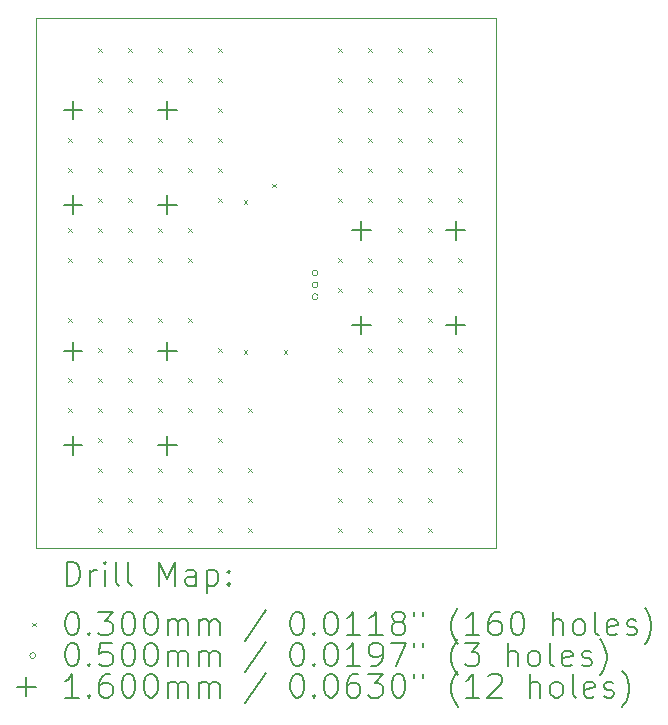
<source format=gbr>
%TF.GenerationSoftware,KiCad,Pcbnew,8.0.1*%
%TF.CreationDate,2024-04-15T20:02:08-07:00*%
%TF.ProjectId,Ideal OR Diode,49646561-6c20-44f5-9220-44696f64652e,1.0*%
%TF.SameCoordinates,Original*%
%TF.FileFunction,Drillmap*%
%TF.FilePolarity,Positive*%
%FSLAX45Y45*%
G04 Gerber Fmt 4.5, Leading zero omitted, Abs format (unit mm)*
G04 Created by KiCad (PCBNEW 8.0.1) date 2024-04-15 20:02:08*
%MOMM*%
%LPD*%
G01*
G04 APERTURE LIST*
%ADD10C,0.100000*%
%ADD11C,0.200000*%
%ADD12C,0.160000*%
G04 APERTURE END LIST*
D10*
X11400000Y-6080000D02*
X15290000Y-6080000D01*
X15290000Y-10570000D01*
X11400000Y-10570000D01*
X11400000Y-6080000D01*
D11*
D10*
X11669000Y-7097000D02*
X11699000Y-7127000D01*
X11699000Y-7097000D02*
X11669000Y-7127000D01*
X11669000Y-7351000D02*
X11699000Y-7381000D01*
X11699000Y-7351000D02*
X11669000Y-7381000D01*
X11669000Y-7859000D02*
X11699000Y-7889000D01*
X11699000Y-7859000D02*
X11669000Y-7889000D01*
X11669000Y-8113000D02*
X11699000Y-8143000D01*
X11699000Y-8113000D02*
X11669000Y-8143000D01*
X11669000Y-8621000D02*
X11699000Y-8651000D01*
X11699000Y-8621000D02*
X11669000Y-8651000D01*
X11669000Y-9129000D02*
X11699000Y-9159000D01*
X11699000Y-9129000D02*
X11669000Y-9159000D01*
X11669000Y-9383000D02*
X11699000Y-9413000D01*
X11699000Y-9383000D02*
X11669000Y-9413000D01*
X11923000Y-6335000D02*
X11953000Y-6365000D01*
X11953000Y-6335000D02*
X11923000Y-6365000D01*
X11923000Y-6589000D02*
X11953000Y-6619000D01*
X11953000Y-6589000D02*
X11923000Y-6619000D01*
X11923000Y-6843000D02*
X11953000Y-6873000D01*
X11953000Y-6843000D02*
X11923000Y-6873000D01*
X11923000Y-7097000D02*
X11953000Y-7127000D01*
X11953000Y-7097000D02*
X11923000Y-7127000D01*
X11923000Y-7351000D02*
X11953000Y-7381000D01*
X11953000Y-7351000D02*
X11923000Y-7381000D01*
X11923000Y-7605000D02*
X11953000Y-7635000D01*
X11953000Y-7605000D02*
X11923000Y-7635000D01*
X11923000Y-7859000D02*
X11953000Y-7889000D01*
X11953000Y-7859000D02*
X11923000Y-7889000D01*
X11923000Y-8113000D02*
X11953000Y-8143000D01*
X11953000Y-8113000D02*
X11923000Y-8143000D01*
X11923000Y-8621000D02*
X11953000Y-8651000D01*
X11953000Y-8621000D02*
X11923000Y-8651000D01*
X11923000Y-8875000D02*
X11953000Y-8905000D01*
X11953000Y-8875000D02*
X11923000Y-8905000D01*
X11923000Y-9129000D02*
X11953000Y-9159000D01*
X11953000Y-9129000D02*
X11923000Y-9159000D01*
X11923000Y-9383000D02*
X11953000Y-9413000D01*
X11953000Y-9383000D02*
X11923000Y-9413000D01*
X11923000Y-9637000D02*
X11953000Y-9667000D01*
X11953000Y-9637000D02*
X11923000Y-9667000D01*
X11923000Y-9891000D02*
X11953000Y-9921000D01*
X11953000Y-9891000D02*
X11923000Y-9921000D01*
X11923000Y-10145000D02*
X11953000Y-10175000D01*
X11953000Y-10145000D02*
X11923000Y-10175000D01*
X11923000Y-10399000D02*
X11953000Y-10429000D01*
X11953000Y-10399000D02*
X11923000Y-10429000D01*
X12177000Y-6335000D02*
X12207000Y-6365000D01*
X12207000Y-6335000D02*
X12177000Y-6365000D01*
X12177000Y-6589000D02*
X12207000Y-6619000D01*
X12207000Y-6589000D02*
X12177000Y-6619000D01*
X12177000Y-6843000D02*
X12207000Y-6873000D01*
X12207000Y-6843000D02*
X12177000Y-6873000D01*
X12177000Y-7097000D02*
X12207000Y-7127000D01*
X12207000Y-7097000D02*
X12177000Y-7127000D01*
X12177000Y-7351000D02*
X12207000Y-7381000D01*
X12207000Y-7351000D02*
X12177000Y-7381000D01*
X12177000Y-7605000D02*
X12207000Y-7635000D01*
X12207000Y-7605000D02*
X12177000Y-7635000D01*
X12177000Y-7859000D02*
X12207000Y-7889000D01*
X12207000Y-7859000D02*
X12177000Y-7889000D01*
X12177000Y-8113000D02*
X12207000Y-8143000D01*
X12207000Y-8113000D02*
X12177000Y-8143000D01*
X12177000Y-8621000D02*
X12207000Y-8651000D01*
X12207000Y-8621000D02*
X12177000Y-8651000D01*
X12177000Y-8875000D02*
X12207000Y-8905000D01*
X12207000Y-8875000D02*
X12177000Y-8905000D01*
X12177000Y-9129000D02*
X12207000Y-9159000D01*
X12207000Y-9129000D02*
X12177000Y-9159000D01*
X12177000Y-9383000D02*
X12207000Y-9413000D01*
X12207000Y-9383000D02*
X12177000Y-9413000D01*
X12177000Y-9637000D02*
X12207000Y-9667000D01*
X12207000Y-9637000D02*
X12177000Y-9667000D01*
X12177000Y-9891000D02*
X12207000Y-9921000D01*
X12207000Y-9891000D02*
X12177000Y-9921000D01*
X12177000Y-10145000D02*
X12207000Y-10175000D01*
X12207000Y-10145000D02*
X12177000Y-10175000D01*
X12177000Y-10399000D02*
X12207000Y-10429000D01*
X12207000Y-10399000D02*
X12177000Y-10429000D01*
X12431000Y-6335000D02*
X12461000Y-6365000D01*
X12461000Y-6335000D02*
X12431000Y-6365000D01*
X12431000Y-6589000D02*
X12461000Y-6619000D01*
X12461000Y-6589000D02*
X12431000Y-6619000D01*
X12431000Y-7097000D02*
X12461000Y-7127000D01*
X12461000Y-7097000D02*
X12431000Y-7127000D01*
X12431000Y-7351000D02*
X12461000Y-7381000D01*
X12461000Y-7351000D02*
X12431000Y-7381000D01*
X12431000Y-7859000D02*
X12461000Y-7889000D01*
X12461000Y-7859000D02*
X12431000Y-7889000D01*
X12431000Y-8113000D02*
X12461000Y-8143000D01*
X12461000Y-8113000D02*
X12431000Y-8143000D01*
X12431000Y-8621000D02*
X12461000Y-8651000D01*
X12461000Y-8621000D02*
X12431000Y-8651000D01*
X12431000Y-9129000D02*
X12461000Y-9159000D01*
X12461000Y-9129000D02*
X12431000Y-9159000D01*
X12431000Y-9383000D02*
X12461000Y-9413000D01*
X12461000Y-9383000D02*
X12431000Y-9413000D01*
X12431000Y-9891000D02*
X12461000Y-9921000D01*
X12461000Y-9891000D02*
X12431000Y-9921000D01*
X12431000Y-10145000D02*
X12461000Y-10175000D01*
X12461000Y-10145000D02*
X12431000Y-10175000D01*
X12431000Y-10399000D02*
X12461000Y-10429000D01*
X12461000Y-10399000D02*
X12431000Y-10429000D01*
X12685000Y-6335000D02*
X12715000Y-6365000D01*
X12715000Y-6335000D02*
X12685000Y-6365000D01*
X12685000Y-6589000D02*
X12715000Y-6619000D01*
X12715000Y-6589000D02*
X12685000Y-6619000D01*
X12685000Y-7097000D02*
X12715000Y-7127000D01*
X12715000Y-7097000D02*
X12685000Y-7127000D01*
X12685000Y-7351000D02*
X12715000Y-7381000D01*
X12715000Y-7351000D02*
X12685000Y-7381000D01*
X12685000Y-7859000D02*
X12715000Y-7889000D01*
X12715000Y-7859000D02*
X12685000Y-7889000D01*
X12685000Y-8113000D02*
X12715000Y-8143000D01*
X12715000Y-8113000D02*
X12685000Y-8143000D01*
X12685000Y-8621000D02*
X12715000Y-8651000D01*
X12715000Y-8621000D02*
X12685000Y-8651000D01*
X12685000Y-9129000D02*
X12715000Y-9159000D01*
X12715000Y-9129000D02*
X12685000Y-9159000D01*
X12685000Y-9383000D02*
X12715000Y-9413000D01*
X12715000Y-9383000D02*
X12685000Y-9413000D01*
X12685000Y-9891000D02*
X12715000Y-9921000D01*
X12715000Y-9891000D02*
X12685000Y-9921000D01*
X12685000Y-10145000D02*
X12715000Y-10175000D01*
X12715000Y-10145000D02*
X12685000Y-10175000D01*
X12685000Y-10399000D02*
X12715000Y-10429000D01*
X12715000Y-10399000D02*
X12685000Y-10429000D01*
X12939000Y-6335000D02*
X12969000Y-6365000D01*
X12969000Y-6335000D02*
X12939000Y-6365000D01*
X12939000Y-6589000D02*
X12969000Y-6619000D01*
X12969000Y-6589000D02*
X12939000Y-6619000D01*
X12939000Y-6843000D02*
X12969000Y-6873000D01*
X12969000Y-6843000D02*
X12939000Y-6873000D01*
X12939000Y-7097000D02*
X12969000Y-7127000D01*
X12969000Y-7097000D02*
X12939000Y-7127000D01*
X12939000Y-7351000D02*
X12969000Y-7381000D01*
X12969000Y-7351000D02*
X12939000Y-7381000D01*
X12939000Y-7605000D02*
X12969000Y-7635000D01*
X12969000Y-7605000D02*
X12939000Y-7635000D01*
X12939000Y-8875000D02*
X12969000Y-8905000D01*
X12969000Y-8875000D02*
X12939000Y-8905000D01*
X12939000Y-9129000D02*
X12969000Y-9159000D01*
X12969000Y-9129000D02*
X12939000Y-9159000D01*
X12939000Y-9383000D02*
X12969000Y-9413000D01*
X12969000Y-9383000D02*
X12939000Y-9413000D01*
X12939000Y-9637000D02*
X12969000Y-9667000D01*
X12969000Y-9637000D02*
X12939000Y-9667000D01*
X12939000Y-9891000D02*
X12969000Y-9921000D01*
X12969000Y-9891000D02*
X12939000Y-9921000D01*
X12939000Y-10145000D02*
X12969000Y-10175000D01*
X12969000Y-10145000D02*
X12939000Y-10175000D01*
X12939000Y-10399000D02*
X12969000Y-10429000D01*
X12969000Y-10399000D02*
X12939000Y-10429000D01*
X13155000Y-7625000D02*
X13185000Y-7655000D01*
X13185000Y-7625000D02*
X13155000Y-7655000D01*
X13155000Y-8895000D02*
X13185000Y-8925000D01*
X13185000Y-8895000D02*
X13155000Y-8925000D01*
X13193000Y-9383000D02*
X13223000Y-9413000D01*
X13223000Y-9383000D02*
X13193000Y-9413000D01*
X13193000Y-9891000D02*
X13223000Y-9921000D01*
X13223000Y-9891000D02*
X13193000Y-9921000D01*
X13193000Y-10145000D02*
X13223000Y-10175000D01*
X13223000Y-10145000D02*
X13193000Y-10175000D01*
X13193000Y-10399000D02*
X13223000Y-10429000D01*
X13223000Y-10399000D02*
X13193000Y-10429000D01*
X13395000Y-7485000D02*
X13425000Y-7515000D01*
X13425000Y-7485000D02*
X13395000Y-7515000D01*
X13495000Y-8895000D02*
X13525000Y-8925000D01*
X13525000Y-8895000D02*
X13495000Y-8925000D01*
X13955000Y-6335000D02*
X13985000Y-6365000D01*
X13985000Y-6335000D02*
X13955000Y-6365000D01*
X13955000Y-6589000D02*
X13985000Y-6619000D01*
X13985000Y-6589000D02*
X13955000Y-6619000D01*
X13955000Y-6843000D02*
X13985000Y-6873000D01*
X13985000Y-6843000D02*
X13955000Y-6873000D01*
X13955000Y-7097000D02*
X13985000Y-7127000D01*
X13985000Y-7097000D02*
X13955000Y-7127000D01*
X13955000Y-7351000D02*
X13985000Y-7381000D01*
X13985000Y-7351000D02*
X13955000Y-7381000D01*
X13955000Y-7605000D02*
X13985000Y-7635000D01*
X13985000Y-7605000D02*
X13955000Y-7635000D01*
X13955000Y-8113000D02*
X13985000Y-8143000D01*
X13985000Y-8113000D02*
X13955000Y-8143000D01*
X13955000Y-8367000D02*
X13985000Y-8397000D01*
X13985000Y-8367000D02*
X13955000Y-8397000D01*
X13955000Y-8875000D02*
X13985000Y-8905000D01*
X13985000Y-8875000D02*
X13955000Y-8905000D01*
X13955000Y-9129000D02*
X13985000Y-9159000D01*
X13985000Y-9129000D02*
X13955000Y-9159000D01*
X13955000Y-9383000D02*
X13985000Y-9413000D01*
X13985000Y-9383000D02*
X13955000Y-9413000D01*
X13955000Y-9637000D02*
X13985000Y-9667000D01*
X13985000Y-9637000D02*
X13955000Y-9667000D01*
X13955000Y-9891000D02*
X13985000Y-9921000D01*
X13985000Y-9891000D02*
X13955000Y-9921000D01*
X13955000Y-10145000D02*
X13985000Y-10175000D01*
X13985000Y-10145000D02*
X13955000Y-10175000D01*
X13955000Y-10399000D02*
X13985000Y-10429000D01*
X13985000Y-10399000D02*
X13955000Y-10429000D01*
X14209000Y-6335000D02*
X14239000Y-6365000D01*
X14239000Y-6335000D02*
X14209000Y-6365000D01*
X14209000Y-6589000D02*
X14239000Y-6619000D01*
X14239000Y-6589000D02*
X14209000Y-6619000D01*
X14209000Y-6843000D02*
X14239000Y-6873000D01*
X14239000Y-6843000D02*
X14209000Y-6873000D01*
X14209000Y-7097000D02*
X14239000Y-7127000D01*
X14239000Y-7097000D02*
X14209000Y-7127000D01*
X14209000Y-7351000D02*
X14239000Y-7381000D01*
X14239000Y-7351000D02*
X14209000Y-7381000D01*
X14209000Y-7605000D02*
X14239000Y-7635000D01*
X14239000Y-7605000D02*
X14209000Y-7635000D01*
X14209000Y-8113000D02*
X14239000Y-8143000D01*
X14239000Y-8113000D02*
X14209000Y-8143000D01*
X14209000Y-8367000D02*
X14239000Y-8397000D01*
X14239000Y-8367000D02*
X14209000Y-8397000D01*
X14209000Y-8875000D02*
X14239000Y-8905000D01*
X14239000Y-8875000D02*
X14209000Y-8905000D01*
X14209000Y-9129000D02*
X14239000Y-9159000D01*
X14239000Y-9129000D02*
X14209000Y-9159000D01*
X14209000Y-9383000D02*
X14239000Y-9413000D01*
X14239000Y-9383000D02*
X14209000Y-9413000D01*
X14209000Y-9637000D02*
X14239000Y-9667000D01*
X14239000Y-9637000D02*
X14209000Y-9667000D01*
X14209000Y-9891000D02*
X14239000Y-9921000D01*
X14239000Y-9891000D02*
X14209000Y-9921000D01*
X14209000Y-10145000D02*
X14239000Y-10175000D01*
X14239000Y-10145000D02*
X14209000Y-10175000D01*
X14209000Y-10399000D02*
X14239000Y-10429000D01*
X14239000Y-10399000D02*
X14209000Y-10429000D01*
X14463000Y-6335000D02*
X14493000Y-6365000D01*
X14493000Y-6335000D02*
X14463000Y-6365000D01*
X14463000Y-6589000D02*
X14493000Y-6619000D01*
X14493000Y-6589000D02*
X14463000Y-6619000D01*
X14463000Y-6843000D02*
X14493000Y-6873000D01*
X14493000Y-6843000D02*
X14463000Y-6873000D01*
X14463000Y-7097000D02*
X14493000Y-7127000D01*
X14493000Y-7097000D02*
X14463000Y-7127000D01*
X14463000Y-7351000D02*
X14493000Y-7381000D01*
X14493000Y-7351000D02*
X14463000Y-7381000D01*
X14463000Y-7605000D02*
X14493000Y-7635000D01*
X14493000Y-7605000D02*
X14463000Y-7635000D01*
X14463000Y-7859000D02*
X14493000Y-7889000D01*
X14493000Y-7859000D02*
X14463000Y-7889000D01*
X14463000Y-8113000D02*
X14493000Y-8143000D01*
X14493000Y-8113000D02*
X14463000Y-8143000D01*
X14463000Y-8367000D02*
X14493000Y-8397000D01*
X14493000Y-8367000D02*
X14463000Y-8397000D01*
X14463000Y-8621000D02*
X14493000Y-8651000D01*
X14493000Y-8621000D02*
X14463000Y-8651000D01*
X14463000Y-8875000D02*
X14493000Y-8905000D01*
X14493000Y-8875000D02*
X14463000Y-8905000D01*
X14463000Y-9129000D02*
X14493000Y-9159000D01*
X14493000Y-9129000D02*
X14463000Y-9159000D01*
X14463000Y-9383000D02*
X14493000Y-9413000D01*
X14493000Y-9383000D02*
X14463000Y-9413000D01*
X14463000Y-9637000D02*
X14493000Y-9667000D01*
X14493000Y-9637000D02*
X14463000Y-9667000D01*
X14463000Y-9891000D02*
X14493000Y-9921000D01*
X14493000Y-9891000D02*
X14463000Y-9921000D01*
X14463000Y-10145000D02*
X14493000Y-10175000D01*
X14493000Y-10145000D02*
X14463000Y-10175000D01*
X14463000Y-10399000D02*
X14493000Y-10429000D01*
X14493000Y-10399000D02*
X14463000Y-10429000D01*
X14717000Y-6335000D02*
X14747000Y-6365000D01*
X14747000Y-6335000D02*
X14717000Y-6365000D01*
X14717000Y-6589000D02*
X14747000Y-6619000D01*
X14747000Y-6589000D02*
X14717000Y-6619000D01*
X14717000Y-6843000D02*
X14747000Y-6873000D01*
X14747000Y-6843000D02*
X14717000Y-6873000D01*
X14717000Y-7097000D02*
X14747000Y-7127000D01*
X14747000Y-7097000D02*
X14717000Y-7127000D01*
X14717000Y-7351000D02*
X14747000Y-7381000D01*
X14747000Y-7351000D02*
X14717000Y-7381000D01*
X14717000Y-7605000D02*
X14747000Y-7635000D01*
X14747000Y-7605000D02*
X14717000Y-7635000D01*
X14717000Y-7859000D02*
X14747000Y-7889000D01*
X14747000Y-7859000D02*
X14717000Y-7889000D01*
X14717000Y-8113000D02*
X14747000Y-8143000D01*
X14747000Y-8113000D02*
X14717000Y-8143000D01*
X14717000Y-8367000D02*
X14747000Y-8397000D01*
X14747000Y-8367000D02*
X14717000Y-8397000D01*
X14717000Y-8621000D02*
X14747000Y-8651000D01*
X14747000Y-8621000D02*
X14717000Y-8651000D01*
X14717000Y-8875000D02*
X14747000Y-8905000D01*
X14747000Y-8875000D02*
X14717000Y-8905000D01*
X14717000Y-9129000D02*
X14747000Y-9159000D01*
X14747000Y-9129000D02*
X14717000Y-9159000D01*
X14717000Y-9383000D02*
X14747000Y-9413000D01*
X14747000Y-9383000D02*
X14717000Y-9413000D01*
X14717000Y-9637000D02*
X14747000Y-9667000D01*
X14747000Y-9637000D02*
X14717000Y-9667000D01*
X14717000Y-9891000D02*
X14747000Y-9921000D01*
X14747000Y-9891000D02*
X14717000Y-9921000D01*
X14717000Y-10145000D02*
X14747000Y-10175000D01*
X14747000Y-10145000D02*
X14717000Y-10175000D01*
X14717000Y-10399000D02*
X14747000Y-10429000D01*
X14747000Y-10399000D02*
X14717000Y-10429000D01*
X14971000Y-6589000D02*
X15001000Y-6619000D01*
X15001000Y-6589000D02*
X14971000Y-6619000D01*
X14971000Y-6843000D02*
X15001000Y-6873000D01*
X15001000Y-6843000D02*
X14971000Y-6873000D01*
X14971000Y-7097000D02*
X15001000Y-7127000D01*
X15001000Y-7097000D02*
X14971000Y-7127000D01*
X14971000Y-7351000D02*
X15001000Y-7381000D01*
X15001000Y-7351000D02*
X14971000Y-7381000D01*
X14971000Y-7605000D02*
X15001000Y-7635000D01*
X15001000Y-7605000D02*
X14971000Y-7635000D01*
X14971000Y-8113000D02*
X15001000Y-8143000D01*
X15001000Y-8113000D02*
X14971000Y-8143000D01*
X14971000Y-8367000D02*
X15001000Y-8397000D01*
X15001000Y-8367000D02*
X14971000Y-8397000D01*
X14971000Y-8875000D02*
X15001000Y-8905000D01*
X15001000Y-8875000D02*
X14971000Y-8905000D01*
X14971000Y-9129000D02*
X15001000Y-9159000D01*
X15001000Y-9129000D02*
X14971000Y-9159000D01*
X14971000Y-9383000D02*
X15001000Y-9413000D01*
X15001000Y-9383000D02*
X14971000Y-9413000D01*
X14971000Y-9637000D02*
X15001000Y-9667000D01*
X15001000Y-9637000D02*
X14971000Y-9667000D01*
X14971000Y-9891000D02*
X15001000Y-9921000D01*
X15001000Y-9891000D02*
X14971000Y-9921000D01*
X13785000Y-8240000D02*
G75*
G02*
X13735000Y-8240000I-25000J0D01*
G01*
X13735000Y-8240000D02*
G75*
G02*
X13785000Y-8240000I25000J0D01*
G01*
X13785000Y-8340000D02*
G75*
G02*
X13735000Y-8340000I-25000J0D01*
G01*
X13735000Y-8340000D02*
G75*
G02*
X13785000Y-8340000I25000J0D01*
G01*
X13785000Y-8440000D02*
G75*
G02*
X13735000Y-8440000I-25000J0D01*
G01*
X13735000Y-8440000D02*
G75*
G02*
X13785000Y-8440000I25000J0D01*
G01*
D12*
X11710000Y-6780000D02*
X11710000Y-6940000D01*
X11630000Y-6860000D02*
X11790000Y-6860000D01*
X11710000Y-7580000D02*
X11710000Y-7740000D01*
X11630000Y-7660000D02*
X11790000Y-7660000D01*
X11710000Y-8820000D02*
X11710000Y-8980000D01*
X11630000Y-8900000D02*
X11790000Y-8900000D01*
X11710000Y-9620000D02*
X11710000Y-9780000D01*
X11630000Y-9700000D02*
X11790000Y-9700000D01*
X12510000Y-6780000D02*
X12510000Y-6940000D01*
X12430000Y-6860000D02*
X12590000Y-6860000D01*
X12510000Y-7580000D02*
X12510000Y-7740000D01*
X12430000Y-7660000D02*
X12590000Y-7660000D01*
X12510000Y-8820000D02*
X12510000Y-8980000D01*
X12430000Y-8900000D02*
X12590000Y-8900000D01*
X12510000Y-9620000D02*
X12510000Y-9780000D01*
X12430000Y-9700000D02*
X12590000Y-9700000D01*
X14150000Y-7800000D02*
X14150000Y-7960000D01*
X14070000Y-7880000D02*
X14230000Y-7880000D01*
X14150000Y-8600000D02*
X14150000Y-8760000D01*
X14070000Y-8680000D02*
X14230000Y-8680000D01*
X14950000Y-7800000D02*
X14950000Y-7960000D01*
X14870000Y-7880000D02*
X15030000Y-7880000D01*
X14950000Y-8600000D02*
X14950000Y-8760000D01*
X14870000Y-8680000D02*
X15030000Y-8680000D01*
D11*
X11655777Y-10886484D02*
X11655777Y-10686484D01*
X11655777Y-10686484D02*
X11703396Y-10686484D01*
X11703396Y-10686484D02*
X11731967Y-10696008D01*
X11731967Y-10696008D02*
X11751015Y-10715055D01*
X11751015Y-10715055D02*
X11760539Y-10734103D01*
X11760539Y-10734103D02*
X11770062Y-10772198D01*
X11770062Y-10772198D02*
X11770062Y-10800770D01*
X11770062Y-10800770D02*
X11760539Y-10838865D01*
X11760539Y-10838865D02*
X11751015Y-10857912D01*
X11751015Y-10857912D02*
X11731967Y-10876960D01*
X11731967Y-10876960D02*
X11703396Y-10886484D01*
X11703396Y-10886484D02*
X11655777Y-10886484D01*
X11855777Y-10886484D02*
X11855777Y-10753150D01*
X11855777Y-10791246D02*
X11865301Y-10772198D01*
X11865301Y-10772198D02*
X11874824Y-10762674D01*
X11874824Y-10762674D02*
X11893872Y-10753150D01*
X11893872Y-10753150D02*
X11912920Y-10753150D01*
X11979586Y-10886484D02*
X11979586Y-10753150D01*
X11979586Y-10686484D02*
X11970062Y-10696008D01*
X11970062Y-10696008D02*
X11979586Y-10705531D01*
X11979586Y-10705531D02*
X11989110Y-10696008D01*
X11989110Y-10696008D02*
X11979586Y-10686484D01*
X11979586Y-10686484D02*
X11979586Y-10705531D01*
X12103396Y-10886484D02*
X12084348Y-10876960D01*
X12084348Y-10876960D02*
X12074824Y-10857912D01*
X12074824Y-10857912D02*
X12074824Y-10686484D01*
X12208158Y-10886484D02*
X12189110Y-10876960D01*
X12189110Y-10876960D02*
X12179586Y-10857912D01*
X12179586Y-10857912D02*
X12179586Y-10686484D01*
X12436729Y-10886484D02*
X12436729Y-10686484D01*
X12436729Y-10686484D02*
X12503396Y-10829341D01*
X12503396Y-10829341D02*
X12570062Y-10686484D01*
X12570062Y-10686484D02*
X12570062Y-10886484D01*
X12751015Y-10886484D02*
X12751015Y-10781722D01*
X12751015Y-10781722D02*
X12741491Y-10762674D01*
X12741491Y-10762674D02*
X12722443Y-10753150D01*
X12722443Y-10753150D02*
X12684348Y-10753150D01*
X12684348Y-10753150D02*
X12665301Y-10762674D01*
X12751015Y-10876960D02*
X12731967Y-10886484D01*
X12731967Y-10886484D02*
X12684348Y-10886484D01*
X12684348Y-10886484D02*
X12665301Y-10876960D01*
X12665301Y-10876960D02*
X12655777Y-10857912D01*
X12655777Y-10857912D02*
X12655777Y-10838865D01*
X12655777Y-10838865D02*
X12665301Y-10819817D01*
X12665301Y-10819817D02*
X12684348Y-10810293D01*
X12684348Y-10810293D02*
X12731967Y-10810293D01*
X12731967Y-10810293D02*
X12751015Y-10800770D01*
X12846253Y-10753150D02*
X12846253Y-10953150D01*
X12846253Y-10762674D02*
X12865301Y-10753150D01*
X12865301Y-10753150D02*
X12903396Y-10753150D01*
X12903396Y-10753150D02*
X12922443Y-10762674D01*
X12922443Y-10762674D02*
X12931967Y-10772198D01*
X12931967Y-10772198D02*
X12941491Y-10791246D01*
X12941491Y-10791246D02*
X12941491Y-10848389D01*
X12941491Y-10848389D02*
X12931967Y-10867436D01*
X12931967Y-10867436D02*
X12922443Y-10876960D01*
X12922443Y-10876960D02*
X12903396Y-10886484D01*
X12903396Y-10886484D02*
X12865301Y-10886484D01*
X12865301Y-10886484D02*
X12846253Y-10876960D01*
X13027205Y-10867436D02*
X13036729Y-10876960D01*
X13036729Y-10876960D02*
X13027205Y-10886484D01*
X13027205Y-10886484D02*
X13017682Y-10876960D01*
X13017682Y-10876960D02*
X13027205Y-10867436D01*
X13027205Y-10867436D02*
X13027205Y-10886484D01*
X13027205Y-10762674D02*
X13036729Y-10772198D01*
X13036729Y-10772198D02*
X13027205Y-10781722D01*
X13027205Y-10781722D02*
X13017682Y-10772198D01*
X13017682Y-10772198D02*
X13027205Y-10762674D01*
X13027205Y-10762674D02*
X13027205Y-10781722D01*
D10*
X11365000Y-11200000D02*
X11395000Y-11230000D01*
X11395000Y-11200000D02*
X11365000Y-11230000D01*
D11*
X11693872Y-11106484D02*
X11712920Y-11106484D01*
X11712920Y-11106484D02*
X11731967Y-11116008D01*
X11731967Y-11116008D02*
X11741491Y-11125531D01*
X11741491Y-11125531D02*
X11751015Y-11144579D01*
X11751015Y-11144579D02*
X11760539Y-11182674D01*
X11760539Y-11182674D02*
X11760539Y-11230293D01*
X11760539Y-11230293D02*
X11751015Y-11268388D01*
X11751015Y-11268388D02*
X11741491Y-11287436D01*
X11741491Y-11287436D02*
X11731967Y-11296960D01*
X11731967Y-11296960D02*
X11712920Y-11306484D01*
X11712920Y-11306484D02*
X11693872Y-11306484D01*
X11693872Y-11306484D02*
X11674824Y-11296960D01*
X11674824Y-11296960D02*
X11665301Y-11287436D01*
X11665301Y-11287436D02*
X11655777Y-11268388D01*
X11655777Y-11268388D02*
X11646253Y-11230293D01*
X11646253Y-11230293D02*
X11646253Y-11182674D01*
X11646253Y-11182674D02*
X11655777Y-11144579D01*
X11655777Y-11144579D02*
X11665301Y-11125531D01*
X11665301Y-11125531D02*
X11674824Y-11116008D01*
X11674824Y-11116008D02*
X11693872Y-11106484D01*
X11846253Y-11287436D02*
X11855777Y-11296960D01*
X11855777Y-11296960D02*
X11846253Y-11306484D01*
X11846253Y-11306484D02*
X11836729Y-11296960D01*
X11836729Y-11296960D02*
X11846253Y-11287436D01*
X11846253Y-11287436D02*
X11846253Y-11306484D01*
X11922443Y-11106484D02*
X12046253Y-11106484D01*
X12046253Y-11106484D02*
X11979586Y-11182674D01*
X11979586Y-11182674D02*
X12008158Y-11182674D01*
X12008158Y-11182674D02*
X12027205Y-11192198D01*
X12027205Y-11192198D02*
X12036729Y-11201722D01*
X12036729Y-11201722D02*
X12046253Y-11220769D01*
X12046253Y-11220769D02*
X12046253Y-11268388D01*
X12046253Y-11268388D02*
X12036729Y-11287436D01*
X12036729Y-11287436D02*
X12027205Y-11296960D01*
X12027205Y-11296960D02*
X12008158Y-11306484D01*
X12008158Y-11306484D02*
X11951015Y-11306484D01*
X11951015Y-11306484D02*
X11931967Y-11296960D01*
X11931967Y-11296960D02*
X11922443Y-11287436D01*
X12170062Y-11106484D02*
X12189110Y-11106484D01*
X12189110Y-11106484D02*
X12208158Y-11116008D01*
X12208158Y-11116008D02*
X12217682Y-11125531D01*
X12217682Y-11125531D02*
X12227205Y-11144579D01*
X12227205Y-11144579D02*
X12236729Y-11182674D01*
X12236729Y-11182674D02*
X12236729Y-11230293D01*
X12236729Y-11230293D02*
X12227205Y-11268388D01*
X12227205Y-11268388D02*
X12217682Y-11287436D01*
X12217682Y-11287436D02*
X12208158Y-11296960D01*
X12208158Y-11296960D02*
X12189110Y-11306484D01*
X12189110Y-11306484D02*
X12170062Y-11306484D01*
X12170062Y-11306484D02*
X12151015Y-11296960D01*
X12151015Y-11296960D02*
X12141491Y-11287436D01*
X12141491Y-11287436D02*
X12131967Y-11268388D01*
X12131967Y-11268388D02*
X12122443Y-11230293D01*
X12122443Y-11230293D02*
X12122443Y-11182674D01*
X12122443Y-11182674D02*
X12131967Y-11144579D01*
X12131967Y-11144579D02*
X12141491Y-11125531D01*
X12141491Y-11125531D02*
X12151015Y-11116008D01*
X12151015Y-11116008D02*
X12170062Y-11106484D01*
X12360539Y-11106484D02*
X12379586Y-11106484D01*
X12379586Y-11106484D02*
X12398634Y-11116008D01*
X12398634Y-11116008D02*
X12408158Y-11125531D01*
X12408158Y-11125531D02*
X12417682Y-11144579D01*
X12417682Y-11144579D02*
X12427205Y-11182674D01*
X12427205Y-11182674D02*
X12427205Y-11230293D01*
X12427205Y-11230293D02*
X12417682Y-11268388D01*
X12417682Y-11268388D02*
X12408158Y-11287436D01*
X12408158Y-11287436D02*
X12398634Y-11296960D01*
X12398634Y-11296960D02*
X12379586Y-11306484D01*
X12379586Y-11306484D02*
X12360539Y-11306484D01*
X12360539Y-11306484D02*
X12341491Y-11296960D01*
X12341491Y-11296960D02*
X12331967Y-11287436D01*
X12331967Y-11287436D02*
X12322443Y-11268388D01*
X12322443Y-11268388D02*
X12312920Y-11230293D01*
X12312920Y-11230293D02*
X12312920Y-11182674D01*
X12312920Y-11182674D02*
X12322443Y-11144579D01*
X12322443Y-11144579D02*
X12331967Y-11125531D01*
X12331967Y-11125531D02*
X12341491Y-11116008D01*
X12341491Y-11116008D02*
X12360539Y-11106484D01*
X12512920Y-11306484D02*
X12512920Y-11173150D01*
X12512920Y-11192198D02*
X12522443Y-11182674D01*
X12522443Y-11182674D02*
X12541491Y-11173150D01*
X12541491Y-11173150D02*
X12570063Y-11173150D01*
X12570063Y-11173150D02*
X12589110Y-11182674D01*
X12589110Y-11182674D02*
X12598634Y-11201722D01*
X12598634Y-11201722D02*
X12598634Y-11306484D01*
X12598634Y-11201722D02*
X12608158Y-11182674D01*
X12608158Y-11182674D02*
X12627205Y-11173150D01*
X12627205Y-11173150D02*
X12655777Y-11173150D01*
X12655777Y-11173150D02*
X12674824Y-11182674D01*
X12674824Y-11182674D02*
X12684348Y-11201722D01*
X12684348Y-11201722D02*
X12684348Y-11306484D01*
X12779586Y-11306484D02*
X12779586Y-11173150D01*
X12779586Y-11192198D02*
X12789110Y-11182674D01*
X12789110Y-11182674D02*
X12808158Y-11173150D01*
X12808158Y-11173150D02*
X12836729Y-11173150D01*
X12836729Y-11173150D02*
X12855777Y-11182674D01*
X12855777Y-11182674D02*
X12865301Y-11201722D01*
X12865301Y-11201722D02*
X12865301Y-11306484D01*
X12865301Y-11201722D02*
X12874824Y-11182674D01*
X12874824Y-11182674D02*
X12893872Y-11173150D01*
X12893872Y-11173150D02*
X12922443Y-11173150D01*
X12922443Y-11173150D02*
X12941491Y-11182674D01*
X12941491Y-11182674D02*
X12951015Y-11201722D01*
X12951015Y-11201722D02*
X12951015Y-11306484D01*
X13341491Y-11096960D02*
X13170063Y-11354103D01*
X13598634Y-11106484D02*
X13617682Y-11106484D01*
X13617682Y-11106484D02*
X13636729Y-11116008D01*
X13636729Y-11116008D02*
X13646253Y-11125531D01*
X13646253Y-11125531D02*
X13655777Y-11144579D01*
X13655777Y-11144579D02*
X13665301Y-11182674D01*
X13665301Y-11182674D02*
X13665301Y-11230293D01*
X13665301Y-11230293D02*
X13655777Y-11268388D01*
X13655777Y-11268388D02*
X13646253Y-11287436D01*
X13646253Y-11287436D02*
X13636729Y-11296960D01*
X13636729Y-11296960D02*
X13617682Y-11306484D01*
X13617682Y-11306484D02*
X13598634Y-11306484D01*
X13598634Y-11306484D02*
X13579586Y-11296960D01*
X13579586Y-11296960D02*
X13570063Y-11287436D01*
X13570063Y-11287436D02*
X13560539Y-11268388D01*
X13560539Y-11268388D02*
X13551015Y-11230293D01*
X13551015Y-11230293D02*
X13551015Y-11182674D01*
X13551015Y-11182674D02*
X13560539Y-11144579D01*
X13560539Y-11144579D02*
X13570063Y-11125531D01*
X13570063Y-11125531D02*
X13579586Y-11116008D01*
X13579586Y-11116008D02*
X13598634Y-11106484D01*
X13751015Y-11287436D02*
X13760539Y-11296960D01*
X13760539Y-11296960D02*
X13751015Y-11306484D01*
X13751015Y-11306484D02*
X13741491Y-11296960D01*
X13741491Y-11296960D02*
X13751015Y-11287436D01*
X13751015Y-11287436D02*
X13751015Y-11306484D01*
X13884348Y-11106484D02*
X13903396Y-11106484D01*
X13903396Y-11106484D02*
X13922444Y-11116008D01*
X13922444Y-11116008D02*
X13931967Y-11125531D01*
X13931967Y-11125531D02*
X13941491Y-11144579D01*
X13941491Y-11144579D02*
X13951015Y-11182674D01*
X13951015Y-11182674D02*
X13951015Y-11230293D01*
X13951015Y-11230293D02*
X13941491Y-11268388D01*
X13941491Y-11268388D02*
X13931967Y-11287436D01*
X13931967Y-11287436D02*
X13922444Y-11296960D01*
X13922444Y-11296960D02*
X13903396Y-11306484D01*
X13903396Y-11306484D02*
X13884348Y-11306484D01*
X13884348Y-11306484D02*
X13865301Y-11296960D01*
X13865301Y-11296960D02*
X13855777Y-11287436D01*
X13855777Y-11287436D02*
X13846253Y-11268388D01*
X13846253Y-11268388D02*
X13836729Y-11230293D01*
X13836729Y-11230293D02*
X13836729Y-11182674D01*
X13836729Y-11182674D02*
X13846253Y-11144579D01*
X13846253Y-11144579D02*
X13855777Y-11125531D01*
X13855777Y-11125531D02*
X13865301Y-11116008D01*
X13865301Y-11116008D02*
X13884348Y-11106484D01*
X14141491Y-11306484D02*
X14027206Y-11306484D01*
X14084348Y-11306484D02*
X14084348Y-11106484D01*
X14084348Y-11106484D02*
X14065301Y-11135055D01*
X14065301Y-11135055D02*
X14046253Y-11154103D01*
X14046253Y-11154103D02*
X14027206Y-11163627D01*
X14331967Y-11306484D02*
X14217682Y-11306484D01*
X14274825Y-11306484D02*
X14274825Y-11106484D01*
X14274825Y-11106484D02*
X14255777Y-11135055D01*
X14255777Y-11135055D02*
X14236729Y-11154103D01*
X14236729Y-11154103D02*
X14217682Y-11163627D01*
X14446253Y-11192198D02*
X14427206Y-11182674D01*
X14427206Y-11182674D02*
X14417682Y-11173150D01*
X14417682Y-11173150D02*
X14408158Y-11154103D01*
X14408158Y-11154103D02*
X14408158Y-11144579D01*
X14408158Y-11144579D02*
X14417682Y-11125531D01*
X14417682Y-11125531D02*
X14427206Y-11116008D01*
X14427206Y-11116008D02*
X14446253Y-11106484D01*
X14446253Y-11106484D02*
X14484348Y-11106484D01*
X14484348Y-11106484D02*
X14503396Y-11116008D01*
X14503396Y-11116008D02*
X14512920Y-11125531D01*
X14512920Y-11125531D02*
X14522444Y-11144579D01*
X14522444Y-11144579D02*
X14522444Y-11154103D01*
X14522444Y-11154103D02*
X14512920Y-11173150D01*
X14512920Y-11173150D02*
X14503396Y-11182674D01*
X14503396Y-11182674D02*
X14484348Y-11192198D01*
X14484348Y-11192198D02*
X14446253Y-11192198D01*
X14446253Y-11192198D02*
X14427206Y-11201722D01*
X14427206Y-11201722D02*
X14417682Y-11211246D01*
X14417682Y-11211246D02*
X14408158Y-11230293D01*
X14408158Y-11230293D02*
X14408158Y-11268388D01*
X14408158Y-11268388D02*
X14417682Y-11287436D01*
X14417682Y-11287436D02*
X14427206Y-11296960D01*
X14427206Y-11296960D02*
X14446253Y-11306484D01*
X14446253Y-11306484D02*
X14484348Y-11306484D01*
X14484348Y-11306484D02*
X14503396Y-11296960D01*
X14503396Y-11296960D02*
X14512920Y-11287436D01*
X14512920Y-11287436D02*
X14522444Y-11268388D01*
X14522444Y-11268388D02*
X14522444Y-11230293D01*
X14522444Y-11230293D02*
X14512920Y-11211246D01*
X14512920Y-11211246D02*
X14503396Y-11201722D01*
X14503396Y-11201722D02*
X14484348Y-11192198D01*
X14598634Y-11106484D02*
X14598634Y-11144579D01*
X14674825Y-11106484D02*
X14674825Y-11144579D01*
X14970063Y-11382674D02*
X14960539Y-11373150D01*
X14960539Y-11373150D02*
X14941491Y-11344579D01*
X14941491Y-11344579D02*
X14931968Y-11325531D01*
X14931968Y-11325531D02*
X14922444Y-11296960D01*
X14922444Y-11296960D02*
X14912920Y-11249341D01*
X14912920Y-11249341D02*
X14912920Y-11211246D01*
X14912920Y-11211246D02*
X14922444Y-11163627D01*
X14922444Y-11163627D02*
X14931968Y-11135055D01*
X14931968Y-11135055D02*
X14941491Y-11116008D01*
X14941491Y-11116008D02*
X14960539Y-11087436D01*
X14960539Y-11087436D02*
X14970063Y-11077912D01*
X15151015Y-11306484D02*
X15036729Y-11306484D01*
X15093872Y-11306484D02*
X15093872Y-11106484D01*
X15093872Y-11106484D02*
X15074825Y-11135055D01*
X15074825Y-11135055D02*
X15055777Y-11154103D01*
X15055777Y-11154103D02*
X15036729Y-11163627D01*
X15322444Y-11106484D02*
X15284348Y-11106484D01*
X15284348Y-11106484D02*
X15265301Y-11116008D01*
X15265301Y-11116008D02*
X15255777Y-11125531D01*
X15255777Y-11125531D02*
X15236729Y-11154103D01*
X15236729Y-11154103D02*
X15227206Y-11192198D01*
X15227206Y-11192198D02*
X15227206Y-11268388D01*
X15227206Y-11268388D02*
X15236729Y-11287436D01*
X15236729Y-11287436D02*
X15246253Y-11296960D01*
X15246253Y-11296960D02*
X15265301Y-11306484D01*
X15265301Y-11306484D02*
X15303396Y-11306484D01*
X15303396Y-11306484D02*
X15322444Y-11296960D01*
X15322444Y-11296960D02*
X15331968Y-11287436D01*
X15331968Y-11287436D02*
X15341491Y-11268388D01*
X15341491Y-11268388D02*
X15341491Y-11220769D01*
X15341491Y-11220769D02*
X15331968Y-11201722D01*
X15331968Y-11201722D02*
X15322444Y-11192198D01*
X15322444Y-11192198D02*
X15303396Y-11182674D01*
X15303396Y-11182674D02*
X15265301Y-11182674D01*
X15265301Y-11182674D02*
X15246253Y-11192198D01*
X15246253Y-11192198D02*
X15236729Y-11201722D01*
X15236729Y-11201722D02*
X15227206Y-11220769D01*
X15465301Y-11106484D02*
X15484349Y-11106484D01*
X15484349Y-11106484D02*
X15503396Y-11116008D01*
X15503396Y-11116008D02*
X15512920Y-11125531D01*
X15512920Y-11125531D02*
X15522444Y-11144579D01*
X15522444Y-11144579D02*
X15531968Y-11182674D01*
X15531968Y-11182674D02*
X15531968Y-11230293D01*
X15531968Y-11230293D02*
X15522444Y-11268388D01*
X15522444Y-11268388D02*
X15512920Y-11287436D01*
X15512920Y-11287436D02*
X15503396Y-11296960D01*
X15503396Y-11296960D02*
X15484349Y-11306484D01*
X15484349Y-11306484D02*
X15465301Y-11306484D01*
X15465301Y-11306484D02*
X15446253Y-11296960D01*
X15446253Y-11296960D02*
X15436729Y-11287436D01*
X15436729Y-11287436D02*
X15427206Y-11268388D01*
X15427206Y-11268388D02*
X15417682Y-11230293D01*
X15417682Y-11230293D02*
X15417682Y-11182674D01*
X15417682Y-11182674D02*
X15427206Y-11144579D01*
X15427206Y-11144579D02*
X15436729Y-11125531D01*
X15436729Y-11125531D02*
X15446253Y-11116008D01*
X15446253Y-11116008D02*
X15465301Y-11106484D01*
X15770063Y-11306484D02*
X15770063Y-11106484D01*
X15855777Y-11306484D02*
X15855777Y-11201722D01*
X15855777Y-11201722D02*
X15846253Y-11182674D01*
X15846253Y-11182674D02*
X15827206Y-11173150D01*
X15827206Y-11173150D02*
X15798634Y-11173150D01*
X15798634Y-11173150D02*
X15779587Y-11182674D01*
X15779587Y-11182674D02*
X15770063Y-11192198D01*
X15979587Y-11306484D02*
X15960539Y-11296960D01*
X15960539Y-11296960D02*
X15951015Y-11287436D01*
X15951015Y-11287436D02*
X15941491Y-11268388D01*
X15941491Y-11268388D02*
X15941491Y-11211246D01*
X15941491Y-11211246D02*
X15951015Y-11192198D01*
X15951015Y-11192198D02*
X15960539Y-11182674D01*
X15960539Y-11182674D02*
X15979587Y-11173150D01*
X15979587Y-11173150D02*
X16008158Y-11173150D01*
X16008158Y-11173150D02*
X16027206Y-11182674D01*
X16027206Y-11182674D02*
X16036730Y-11192198D01*
X16036730Y-11192198D02*
X16046253Y-11211246D01*
X16046253Y-11211246D02*
X16046253Y-11268388D01*
X16046253Y-11268388D02*
X16036730Y-11287436D01*
X16036730Y-11287436D02*
X16027206Y-11296960D01*
X16027206Y-11296960D02*
X16008158Y-11306484D01*
X16008158Y-11306484D02*
X15979587Y-11306484D01*
X16160539Y-11306484D02*
X16141491Y-11296960D01*
X16141491Y-11296960D02*
X16131968Y-11277912D01*
X16131968Y-11277912D02*
X16131968Y-11106484D01*
X16312920Y-11296960D02*
X16293872Y-11306484D01*
X16293872Y-11306484D02*
X16255777Y-11306484D01*
X16255777Y-11306484D02*
X16236730Y-11296960D01*
X16236730Y-11296960D02*
X16227206Y-11277912D01*
X16227206Y-11277912D02*
X16227206Y-11201722D01*
X16227206Y-11201722D02*
X16236730Y-11182674D01*
X16236730Y-11182674D02*
X16255777Y-11173150D01*
X16255777Y-11173150D02*
X16293872Y-11173150D01*
X16293872Y-11173150D02*
X16312920Y-11182674D01*
X16312920Y-11182674D02*
X16322444Y-11201722D01*
X16322444Y-11201722D02*
X16322444Y-11220769D01*
X16322444Y-11220769D02*
X16227206Y-11239817D01*
X16398634Y-11296960D02*
X16417682Y-11306484D01*
X16417682Y-11306484D02*
X16455777Y-11306484D01*
X16455777Y-11306484D02*
X16474825Y-11296960D01*
X16474825Y-11296960D02*
X16484349Y-11277912D01*
X16484349Y-11277912D02*
X16484349Y-11268388D01*
X16484349Y-11268388D02*
X16474825Y-11249341D01*
X16474825Y-11249341D02*
X16455777Y-11239817D01*
X16455777Y-11239817D02*
X16427206Y-11239817D01*
X16427206Y-11239817D02*
X16408158Y-11230293D01*
X16408158Y-11230293D02*
X16398634Y-11211246D01*
X16398634Y-11211246D02*
X16398634Y-11201722D01*
X16398634Y-11201722D02*
X16408158Y-11182674D01*
X16408158Y-11182674D02*
X16427206Y-11173150D01*
X16427206Y-11173150D02*
X16455777Y-11173150D01*
X16455777Y-11173150D02*
X16474825Y-11182674D01*
X16551015Y-11382674D02*
X16560539Y-11373150D01*
X16560539Y-11373150D02*
X16579587Y-11344579D01*
X16579587Y-11344579D02*
X16589111Y-11325531D01*
X16589111Y-11325531D02*
X16598634Y-11296960D01*
X16598634Y-11296960D02*
X16608158Y-11249341D01*
X16608158Y-11249341D02*
X16608158Y-11211246D01*
X16608158Y-11211246D02*
X16598634Y-11163627D01*
X16598634Y-11163627D02*
X16589111Y-11135055D01*
X16589111Y-11135055D02*
X16579587Y-11116008D01*
X16579587Y-11116008D02*
X16560539Y-11087436D01*
X16560539Y-11087436D02*
X16551015Y-11077912D01*
D10*
X11395000Y-11479000D02*
G75*
G02*
X11345000Y-11479000I-25000J0D01*
G01*
X11345000Y-11479000D02*
G75*
G02*
X11395000Y-11479000I25000J0D01*
G01*
D11*
X11693872Y-11370484D02*
X11712920Y-11370484D01*
X11712920Y-11370484D02*
X11731967Y-11380008D01*
X11731967Y-11380008D02*
X11741491Y-11389531D01*
X11741491Y-11389531D02*
X11751015Y-11408579D01*
X11751015Y-11408579D02*
X11760539Y-11446674D01*
X11760539Y-11446674D02*
X11760539Y-11494293D01*
X11760539Y-11494293D02*
X11751015Y-11532388D01*
X11751015Y-11532388D02*
X11741491Y-11551436D01*
X11741491Y-11551436D02*
X11731967Y-11560960D01*
X11731967Y-11560960D02*
X11712920Y-11570484D01*
X11712920Y-11570484D02*
X11693872Y-11570484D01*
X11693872Y-11570484D02*
X11674824Y-11560960D01*
X11674824Y-11560960D02*
X11665301Y-11551436D01*
X11665301Y-11551436D02*
X11655777Y-11532388D01*
X11655777Y-11532388D02*
X11646253Y-11494293D01*
X11646253Y-11494293D02*
X11646253Y-11446674D01*
X11646253Y-11446674D02*
X11655777Y-11408579D01*
X11655777Y-11408579D02*
X11665301Y-11389531D01*
X11665301Y-11389531D02*
X11674824Y-11380008D01*
X11674824Y-11380008D02*
X11693872Y-11370484D01*
X11846253Y-11551436D02*
X11855777Y-11560960D01*
X11855777Y-11560960D02*
X11846253Y-11570484D01*
X11846253Y-11570484D02*
X11836729Y-11560960D01*
X11836729Y-11560960D02*
X11846253Y-11551436D01*
X11846253Y-11551436D02*
X11846253Y-11570484D01*
X12036729Y-11370484D02*
X11941491Y-11370484D01*
X11941491Y-11370484D02*
X11931967Y-11465722D01*
X11931967Y-11465722D02*
X11941491Y-11456198D01*
X11941491Y-11456198D02*
X11960539Y-11446674D01*
X11960539Y-11446674D02*
X12008158Y-11446674D01*
X12008158Y-11446674D02*
X12027205Y-11456198D01*
X12027205Y-11456198D02*
X12036729Y-11465722D01*
X12036729Y-11465722D02*
X12046253Y-11484769D01*
X12046253Y-11484769D02*
X12046253Y-11532388D01*
X12046253Y-11532388D02*
X12036729Y-11551436D01*
X12036729Y-11551436D02*
X12027205Y-11560960D01*
X12027205Y-11560960D02*
X12008158Y-11570484D01*
X12008158Y-11570484D02*
X11960539Y-11570484D01*
X11960539Y-11570484D02*
X11941491Y-11560960D01*
X11941491Y-11560960D02*
X11931967Y-11551436D01*
X12170062Y-11370484D02*
X12189110Y-11370484D01*
X12189110Y-11370484D02*
X12208158Y-11380008D01*
X12208158Y-11380008D02*
X12217682Y-11389531D01*
X12217682Y-11389531D02*
X12227205Y-11408579D01*
X12227205Y-11408579D02*
X12236729Y-11446674D01*
X12236729Y-11446674D02*
X12236729Y-11494293D01*
X12236729Y-11494293D02*
X12227205Y-11532388D01*
X12227205Y-11532388D02*
X12217682Y-11551436D01*
X12217682Y-11551436D02*
X12208158Y-11560960D01*
X12208158Y-11560960D02*
X12189110Y-11570484D01*
X12189110Y-11570484D02*
X12170062Y-11570484D01*
X12170062Y-11570484D02*
X12151015Y-11560960D01*
X12151015Y-11560960D02*
X12141491Y-11551436D01*
X12141491Y-11551436D02*
X12131967Y-11532388D01*
X12131967Y-11532388D02*
X12122443Y-11494293D01*
X12122443Y-11494293D02*
X12122443Y-11446674D01*
X12122443Y-11446674D02*
X12131967Y-11408579D01*
X12131967Y-11408579D02*
X12141491Y-11389531D01*
X12141491Y-11389531D02*
X12151015Y-11380008D01*
X12151015Y-11380008D02*
X12170062Y-11370484D01*
X12360539Y-11370484D02*
X12379586Y-11370484D01*
X12379586Y-11370484D02*
X12398634Y-11380008D01*
X12398634Y-11380008D02*
X12408158Y-11389531D01*
X12408158Y-11389531D02*
X12417682Y-11408579D01*
X12417682Y-11408579D02*
X12427205Y-11446674D01*
X12427205Y-11446674D02*
X12427205Y-11494293D01*
X12427205Y-11494293D02*
X12417682Y-11532388D01*
X12417682Y-11532388D02*
X12408158Y-11551436D01*
X12408158Y-11551436D02*
X12398634Y-11560960D01*
X12398634Y-11560960D02*
X12379586Y-11570484D01*
X12379586Y-11570484D02*
X12360539Y-11570484D01*
X12360539Y-11570484D02*
X12341491Y-11560960D01*
X12341491Y-11560960D02*
X12331967Y-11551436D01*
X12331967Y-11551436D02*
X12322443Y-11532388D01*
X12322443Y-11532388D02*
X12312920Y-11494293D01*
X12312920Y-11494293D02*
X12312920Y-11446674D01*
X12312920Y-11446674D02*
X12322443Y-11408579D01*
X12322443Y-11408579D02*
X12331967Y-11389531D01*
X12331967Y-11389531D02*
X12341491Y-11380008D01*
X12341491Y-11380008D02*
X12360539Y-11370484D01*
X12512920Y-11570484D02*
X12512920Y-11437150D01*
X12512920Y-11456198D02*
X12522443Y-11446674D01*
X12522443Y-11446674D02*
X12541491Y-11437150D01*
X12541491Y-11437150D02*
X12570063Y-11437150D01*
X12570063Y-11437150D02*
X12589110Y-11446674D01*
X12589110Y-11446674D02*
X12598634Y-11465722D01*
X12598634Y-11465722D02*
X12598634Y-11570484D01*
X12598634Y-11465722D02*
X12608158Y-11446674D01*
X12608158Y-11446674D02*
X12627205Y-11437150D01*
X12627205Y-11437150D02*
X12655777Y-11437150D01*
X12655777Y-11437150D02*
X12674824Y-11446674D01*
X12674824Y-11446674D02*
X12684348Y-11465722D01*
X12684348Y-11465722D02*
X12684348Y-11570484D01*
X12779586Y-11570484D02*
X12779586Y-11437150D01*
X12779586Y-11456198D02*
X12789110Y-11446674D01*
X12789110Y-11446674D02*
X12808158Y-11437150D01*
X12808158Y-11437150D02*
X12836729Y-11437150D01*
X12836729Y-11437150D02*
X12855777Y-11446674D01*
X12855777Y-11446674D02*
X12865301Y-11465722D01*
X12865301Y-11465722D02*
X12865301Y-11570484D01*
X12865301Y-11465722D02*
X12874824Y-11446674D01*
X12874824Y-11446674D02*
X12893872Y-11437150D01*
X12893872Y-11437150D02*
X12922443Y-11437150D01*
X12922443Y-11437150D02*
X12941491Y-11446674D01*
X12941491Y-11446674D02*
X12951015Y-11465722D01*
X12951015Y-11465722D02*
X12951015Y-11570484D01*
X13341491Y-11360960D02*
X13170063Y-11618103D01*
X13598634Y-11370484D02*
X13617682Y-11370484D01*
X13617682Y-11370484D02*
X13636729Y-11380008D01*
X13636729Y-11380008D02*
X13646253Y-11389531D01*
X13646253Y-11389531D02*
X13655777Y-11408579D01*
X13655777Y-11408579D02*
X13665301Y-11446674D01*
X13665301Y-11446674D02*
X13665301Y-11494293D01*
X13665301Y-11494293D02*
X13655777Y-11532388D01*
X13655777Y-11532388D02*
X13646253Y-11551436D01*
X13646253Y-11551436D02*
X13636729Y-11560960D01*
X13636729Y-11560960D02*
X13617682Y-11570484D01*
X13617682Y-11570484D02*
X13598634Y-11570484D01*
X13598634Y-11570484D02*
X13579586Y-11560960D01*
X13579586Y-11560960D02*
X13570063Y-11551436D01*
X13570063Y-11551436D02*
X13560539Y-11532388D01*
X13560539Y-11532388D02*
X13551015Y-11494293D01*
X13551015Y-11494293D02*
X13551015Y-11446674D01*
X13551015Y-11446674D02*
X13560539Y-11408579D01*
X13560539Y-11408579D02*
X13570063Y-11389531D01*
X13570063Y-11389531D02*
X13579586Y-11380008D01*
X13579586Y-11380008D02*
X13598634Y-11370484D01*
X13751015Y-11551436D02*
X13760539Y-11560960D01*
X13760539Y-11560960D02*
X13751015Y-11570484D01*
X13751015Y-11570484D02*
X13741491Y-11560960D01*
X13741491Y-11560960D02*
X13751015Y-11551436D01*
X13751015Y-11551436D02*
X13751015Y-11570484D01*
X13884348Y-11370484D02*
X13903396Y-11370484D01*
X13903396Y-11370484D02*
X13922444Y-11380008D01*
X13922444Y-11380008D02*
X13931967Y-11389531D01*
X13931967Y-11389531D02*
X13941491Y-11408579D01*
X13941491Y-11408579D02*
X13951015Y-11446674D01*
X13951015Y-11446674D02*
X13951015Y-11494293D01*
X13951015Y-11494293D02*
X13941491Y-11532388D01*
X13941491Y-11532388D02*
X13931967Y-11551436D01*
X13931967Y-11551436D02*
X13922444Y-11560960D01*
X13922444Y-11560960D02*
X13903396Y-11570484D01*
X13903396Y-11570484D02*
X13884348Y-11570484D01*
X13884348Y-11570484D02*
X13865301Y-11560960D01*
X13865301Y-11560960D02*
X13855777Y-11551436D01*
X13855777Y-11551436D02*
X13846253Y-11532388D01*
X13846253Y-11532388D02*
X13836729Y-11494293D01*
X13836729Y-11494293D02*
X13836729Y-11446674D01*
X13836729Y-11446674D02*
X13846253Y-11408579D01*
X13846253Y-11408579D02*
X13855777Y-11389531D01*
X13855777Y-11389531D02*
X13865301Y-11380008D01*
X13865301Y-11380008D02*
X13884348Y-11370484D01*
X14141491Y-11570484D02*
X14027206Y-11570484D01*
X14084348Y-11570484D02*
X14084348Y-11370484D01*
X14084348Y-11370484D02*
X14065301Y-11399055D01*
X14065301Y-11399055D02*
X14046253Y-11418103D01*
X14046253Y-11418103D02*
X14027206Y-11427627D01*
X14236729Y-11570484D02*
X14274825Y-11570484D01*
X14274825Y-11570484D02*
X14293872Y-11560960D01*
X14293872Y-11560960D02*
X14303396Y-11551436D01*
X14303396Y-11551436D02*
X14322444Y-11522865D01*
X14322444Y-11522865D02*
X14331967Y-11484769D01*
X14331967Y-11484769D02*
X14331967Y-11408579D01*
X14331967Y-11408579D02*
X14322444Y-11389531D01*
X14322444Y-11389531D02*
X14312920Y-11380008D01*
X14312920Y-11380008D02*
X14293872Y-11370484D01*
X14293872Y-11370484D02*
X14255777Y-11370484D01*
X14255777Y-11370484D02*
X14236729Y-11380008D01*
X14236729Y-11380008D02*
X14227206Y-11389531D01*
X14227206Y-11389531D02*
X14217682Y-11408579D01*
X14217682Y-11408579D02*
X14217682Y-11456198D01*
X14217682Y-11456198D02*
X14227206Y-11475246D01*
X14227206Y-11475246D02*
X14236729Y-11484769D01*
X14236729Y-11484769D02*
X14255777Y-11494293D01*
X14255777Y-11494293D02*
X14293872Y-11494293D01*
X14293872Y-11494293D02*
X14312920Y-11484769D01*
X14312920Y-11484769D02*
X14322444Y-11475246D01*
X14322444Y-11475246D02*
X14331967Y-11456198D01*
X14398634Y-11370484D02*
X14531967Y-11370484D01*
X14531967Y-11370484D02*
X14446253Y-11570484D01*
X14598634Y-11370484D02*
X14598634Y-11408579D01*
X14674825Y-11370484D02*
X14674825Y-11408579D01*
X14970063Y-11646674D02*
X14960539Y-11637150D01*
X14960539Y-11637150D02*
X14941491Y-11608579D01*
X14941491Y-11608579D02*
X14931968Y-11589531D01*
X14931968Y-11589531D02*
X14922444Y-11560960D01*
X14922444Y-11560960D02*
X14912920Y-11513341D01*
X14912920Y-11513341D02*
X14912920Y-11475246D01*
X14912920Y-11475246D02*
X14922444Y-11427627D01*
X14922444Y-11427627D02*
X14931968Y-11399055D01*
X14931968Y-11399055D02*
X14941491Y-11380008D01*
X14941491Y-11380008D02*
X14960539Y-11351436D01*
X14960539Y-11351436D02*
X14970063Y-11341912D01*
X15027206Y-11370484D02*
X15151015Y-11370484D01*
X15151015Y-11370484D02*
X15084348Y-11446674D01*
X15084348Y-11446674D02*
X15112920Y-11446674D01*
X15112920Y-11446674D02*
X15131968Y-11456198D01*
X15131968Y-11456198D02*
X15141491Y-11465722D01*
X15141491Y-11465722D02*
X15151015Y-11484769D01*
X15151015Y-11484769D02*
X15151015Y-11532388D01*
X15151015Y-11532388D02*
X15141491Y-11551436D01*
X15141491Y-11551436D02*
X15131968Y-11560960D01*
X15131968Y-11560960D02*
X15112920Y-11570484D01*
X15112920Y-11570484D02*
X15055777Y-11570484D01*
X15055777Y-11570484D02*
X15036729Y-11560960D01*
X15036729Y-11560960D02*
X15027206Y-11551436D01*
X15389110Y-11570484D02*
X15389110Y-11370484D01*
X15474825Y-11570484D02*
X15474825Y-11465722D01*
X15474825Y-11465722D02*
X15465301Y-11446674D01*
X15465301Y-11446674D02*
X15446253Y-11437150D01*
X15446253Y-11437150D02*
X15417682Y-11437150D01*
X15417682Y-11437150D02*
X15398634Y-11446674D01*
X15398634Y-11446674D02*
X15389110Y-11456198D01*
X15598634Y-11570484D02*
X15579587Y-11560960D01*
X15579587Y-11560960D02*
X15570063Y-11551436D01*
X15570063Y-11551436D02*
X15560539Y-11532388D01*
X15560539Y-11532388D02*
X15560539Y-11475246D01*
X15560539Y-11475246D02*
X15570063Y-11456198D01*
X15570063Y-11456198D02*
X15579587Y-11446674D01*
X15579587Y-11446674D02*
X15598634Y-11437150D01*
X15598634Y-11437150D02*
X15627206Y-11437150D01*
X15627206Y-11437150D02*
X15646253Y-11446674D01*
X15646253Y-11446674D02*
X15655777Y-11456198D01*
X15655777Y-11456198D02*
X15665301Y-11475246D01*
X15665301Y-11475246D02*
X15665301Y-11532388D01*
X15665301Y-11532388D02*
X15655777Y-11551436D01*
X15655777Y-11551436D02*
X15646253Y-11560960D01*
X15646253Y-11560960D02*
X15627206Y-11570484D01*
X15627206Y-11570484D02*
X15598634Y-11570484D01*
X15779587Y-11570484D02*
X15760539Y-11560960D01*
X15760539Y-11560960D02*
X15751015Y-11541912D01*
X15751015Y-11541912D02*
X15751015Y-11370484D01*
X15931968Y-11560960D02*
X15912920Y-11570484D01*
X15912920Y-11570484D02*
X15874825Y-11570484D01*
X15874825Y-11570484D02*
X15855777Y-11560960D01*
X15855777Y-11560960D02*
X15846253Y-11541912D01*
X15846253Y-11541912D02*
X15846253Y-11465722D01*
X15846253Y-11465722D02*
X15855777Y-11446674D01*
X15855777Y-11446674D02*
X15874825Y-11437150D01*
X15874825Y-11437150D02*
X15912920Y-11437150D01*
X15912920Y-11437150D02*
X15931968Y-11446674D01*
X15931968Y-11446674D02*
X15941491Y-11465722D01*
X15941491Y-11465722D02*
X15941491Y-11484769D01*
X15941491Y-11484769D02*
X15846253Y-11503817D01*
X16017682Y-11560960D02*
X16036730Y-11570484D01*
X16036730Y-11570484D02*
X16074825Y-11570484D01*
X16074825Y-11570484D02*
X16093872Y-11560960D01*
X16093872Y-11560960D02*
X16103396Y-11541912D01*
X16103396Y-11541912D02*
X16103396Y-11532388D01*
X16103396Y-11532388D02*
X16093872Y-11513341D01*
X16093872Y-11513341D02*
X16074825Y-11503817D01*
X16074825Y-11503817D02*
X16046253Y-11503817D01*
X16046253Y-11503817D02*
X16027206Y-11494293D01*
X16027206Y-11494293D02*
X16017682Y-11475246D01*
X16017682Y-11475246D02*
X16017682Y-11465722D01*
X16017682Y-11465722D02*
X16027206Y-11446674D01*
X16027206Y-11446674D02*
X16046253Y-11437150D01*
X16046253Y-11437150D02*
X16074825Y-11437150D01*
X16074825Y-11437150D02*
X16093872Y-11446674D01*
X16170063Y-11646674D02*
X16179587Y-11637150D01*
X16179587Y-11637150D02*
X16198634Y-11608579D01*
X16198634Y-11608579D02*
X16208158Y-11589531D01*
X16208158Y-11589531D02*
X16217682Y-11560960D01*
X16217682Y-11560960D02*
X16227206Y-11513341D01*
X16227206Y-11513341D02*
X16227206Y-11475246D01*
X16227206Y-11475246D02*
X16217682Y-11427627D01*
X16217682Y-11427627D02*
X16208158Y-11399055D01*
X16208158Y-11399055D02*
X16198634Y-11380008D01*
X16198634Y-11380008D02*
X16179587Y-11351436D01*
X16179587Y-11351436D02*
X16170063Y-11341912D01*
D12*
X11315000Y-11663000D02*
X11315000Y-11823000D01*
X11235000Y-11743000D02*
X11395000Y-11743000D01*
D11*
X11760539Y-11834484D02*
X11646253Y-11834484D01*
X11703396Y-11834484D02*
X11703396Y-11634484D01*
X11703396Y-11634484D02*
X11684348Y-11663055D01*
X11684348Y-11663055D02*
X11665301Y-11682103D01*
X11665301Y-11682103D02*
X11646253Y-11691627D01*
X11846253Y-11815436D02*
X11855777Y-11824960D01*
X11855777Y-11824960D02*
X11846253Y-11834484D01*
X11846253Y-11834484D02*
X11836729Y-11824960D01*
X11836729Y-11824960D02*
X11846253Y-11815436D01*
X11846253Y-11815436D02*
X11846253Y-11834484D01*
X12027205Y-11634484D02*
X11989110Y-11634484D01*
X11989110Y-11634484D02*
X11970062Y-11644008D01*
X11970062Y-11644008D02*
X11960539Y-11653531D01*
X11960539Y-11653531D02*
X11941491Y-11682103D01*
X11941491Y-11682103D02*
X11931967Y-11720198D01*
X11931967Y-11720198D02*
X11931967Y-11796388D01*
X11931967Y-11796388D02*
X11941491Y-11815436D01*
X11941491Y-11815436D02*
X11951015Y-11824960D01*
X11951015Y-11824960D02*
X11970062Y-11834484D01*
X11970062Y-11834484D02*
X12008158Y-11834484D01*
X12008158Y-11834484D02*
X12027205Y-11824960D01*
X12027205Y-11824960D02*
X12036729Y-11815436D01*
X12036729Y-11815436D02*
X12046253Y-11796388D01*
X12046253Y-11796388D02*
X12046253Y-11748769D01*
X12046253Y-11748769D02*
X12036729Y-11729722D01*
X12036729Y-11729722D02*
X12027205Y-11720198D01*
X12027205Y-11720198D02*
X12008158Y-11710674D01*
X12008158Y-11710674D02*
X11970062Y-11710674D01*
X11970062Y-11710674D02*
X11951015Y-11720198D01*
X11951015Y-11720198D02*
X11941491Y-11729722D01*
X11941491Y-11729722D02*
X11931967Y-11748769D01*
X12170062Y-11634484D02*
X12189110Y-11634484D01*
X12189110Y-11634484D02*
X12208158Y-11644008D01*
X12208158Y-11644008D02*
X12217682Y-11653531D01*
X12217682Y-11653531D02*
X12227205Y-11672579D01*
X12227205Y-11672579D02*
X12236729Y-11710674D01*
X12236729Y-11710674D02*
X12236729Y-11758293D01*
X12236729Y-11758293D02*
X12227205Y-11796388D01*
X12227205Y-11796388D02*
X12217682Y-11815436D01*
X12217682Y-11815436D02*
X12208158Y-11824960D01*
X12208158Y-11824960D02*
X12189110Y-11834484D01*
X12189110Y-11834484D02*
X12170062Y-11834484D01*
X12170062Y-11834484D02*
X12151015Y-11824960D01*
X12151015Y-11824960D02*
X12141491Y-11815436D01*
X12141491Y-11815436D02*
X12131967Y-11796388D01*
X12131967Y-11796388D02*
X12122443Y-11758293D01*
X12122443Y-11758293D02*
X12122443Y-11710674D01*
X12122443Y-11710674D02*
X12131967Y-11672579D01*
X12131967Y-11672579D02*
X12141491Y-11653531D01*
X12141491Y-11653531D02*
X12151015Y-11644008D01*
X12151015Y-11644008D02*
X12170062Y-11634484D01*
X12360539Y-11634484D02*
X12379586Y-11634484D01*
X12379586Y-11634484D02*
X12398634Y-11644008D01*
X12398634Y-11644008D02*
X12408158Y-11653531D01*
X12408158Y-11653531D02*
X12417682Y-11672579D01*
X12417682Y-11672579D02*
X12427205Y-11710674D01*
X12427205Y-11710674D02*
X12427205Y-11758293D01*
X12427205Y-11758293D02*
X12417682Y-11796388D01*
X12417682Y-11796388D02*
X12408158Y-11815436D01*
X12408158Y-11815436D02*
X12398634Y-11824960D01*
X12398634Y-11824960D02*
X12379586Y-11834484D01*
X12379586Y-11834484D02*
X12360539Y-11834484D01*
X12360539Y-11834484D02*
X12341491Y-11824960D01*
X12341491Y-11824960D02*
X12331967Y-11815436D01*
X12331967Y-11815436D02*
X12322443Y-11796388D01*
X12322443Y-11796388D02*
X12312920Y-11758293D01*
X12312920Y-11758293D02*
X12312920Y-11710674D01*
X12312920Y-11710674D02*
X12322443Y-11672579D01*
X12322443Y-11672579D02*
X12331967Y-11653531D01*
X12331967Y-11653531D02*
X12341491Y-11644008D01*
X12341491Y-11644008D02*
X12360539Y-11634484D01*
X12512920Y-11834484D02*
X12512920Y-11701150D01*
X12512920Y-11720198D02*
X12522443Y-11710674D01*
X12522443Y-11710674D02*
X12541491Y-11701150D01*
X12541491Y-11701150D02*
X12570063Y-11701150D01*
X12570063Y-11701150D02*
X12589110Y-11710674D01*
X12589110Y-11710674D02*
X12598634Y-11729722D01*
X12598634Y-11729722D02*
X12598634Y-11834484D01*
X12598634Y-11729722D02*
X12608158Y-11710674D01*
X12608158Y-11710674D02*
X12627205Y-11701150D01*
X12627205Y-11701150D02*
X12655777Y-11701150D01*
X12655777Y-11701150D02*
X12674824Y-11710674D01*
X12674824Y-11710674D02*
X12684348Y-11729722D01*
X12684348Y-11729722D02*
X12684348Y-11834484D01*
X12779586Y-11834484D02*
X12779586Y-11701150D01*
X12779586Y-11720198D02*
X12789110Y-11710674D01*
X12789110Y-11710674D02*
X12808158Y-11701150D01*
X12808158Y-11701150D02*
X12836729Y-11701150D01*
X12836729Y-11701150D02*
X12855777Y-11710674D01*
X12855777Y-11710674D02*
X12865301Y-11729722D01*
X12865301Y-11729722D02*
X12865301Y-11834484D01*
X12865301Y-11729722D02*
X12874824Y-11710674D01*
X12874824Y-11710674D02*
X12893872Y-11701150D01*
X12893872Y-11701150D02*
X12922443Y-11701150D01*
X12922443Y-11701150D02*
X12941491Y-11710674D01*
X12941491Y-11710674D02*
X12951015Y-11729722D01*
X12951015Y-11729722D02*
X12951015Y-11834484D01*
X13341491Y-11624960D02*
X13170063Y-11882103D01*
X13598634Y-11634484D02*
X13617682Y-11634484D01*
X13617682Y-11634484D02*
X13636729Y-11644008D01*
X13636729Y-11644008D02*
X13646253Y-11653531D01*
X13646253Y-11653531D02*
X13655777Y-11672579D01*
X13655777Y-11672579D02*
X13665301Y-11710674D01*
X13665301Y-11710674D02*
X13665301Y-11758293D01*
X13665301Y-11758293D02*
X13655777Y-11796388D01*
X13655777Y-11796388D02*
X13646253Y-11815436D01*
X13646253Y-11815436D02*
X13636729Y-11824960D01*
X13636729Y-11824960D02*
X13617682Y-11834484D01*
X13617682Y-11834484D02*
X13598634Y-11834484D01*
X13598634Y-11834484D02*
X13579586Y-11824960D01*
X13579586Y-11824960D02*
X13570063Y-11815436D01*
X13570063Y-11815436D02*
X13560539Y-11796388D01*
X13560539Y-11796388D02*
X13551015Y-11758293D01*
X13551015Y-11758293D02*
X13551015Y-11710674D01*
X13551015Y-11710674D02*
X13560539Y-11672579D01*
X13560539Y-11672579D02*
X13570063Y-11653531D01*
X13570063Y-11653531D02*
X13579586Y-11644008D01*
X13579586Y-11644008D02*
X13598634Y-11634484D01*
X13751015Y-11815436D02*
X13760539Y-11824960D01*
X13760539Y-11824960D02*
X13751015Y-11834484D01*
X13751015Y-11834484D02*
X13741491Y-11824960D01*
X13741491Y-11824960D02*
X13751015Y-11815436D01*
X13751015Y-11815436D02*
X13751015Y-11834484D01*
X13884348Y-11634484D02*
X13903396Y-11634484D01*
X13903396Y-11634484D02*
X13922444Y-11644008D01*
X13922444Y-11644008D02*
X13931967Y-11653531D01*
X13931967Y-11653531D02*
X13941491Y-11672579D01*
X13941491Y-11672579D02*
X13951015Y-11710674D01*
X13951015Y-11710674D02*
X13951015Y-11758293D01*
X13951015Y-11758293D02*
X13941491Y-11796388D01*
X13941491Y-11796388D02*
X13931967Y-11815436D01*
X13931967Y-11815436D02*
X13922444Y-11824960D01*
X13922444Y-11824960D02*
X13903396Y-11834484D01*
X13903396Y-11834484D02*
X13884348Y-11834484D01*
X13884348Y-11834484D02*
X13865301Y-11824960D01*
X13865301Y-11824960D02*
X13855777Y-11815436D01*
X13855777Y-11815436D02*
X13846253Y-11796388D01*
X13846253Y-11796388D02*
X13836729Y-11758293D01*
X13836729Y-11758293D02*
X13836729Y-11710674D01*
X13836729Y-11710674D02*
X13846253Y-11672579D01*
X13846253Y-11672579D02*
X13855777Y-11653531D01*
X13855777Y-11653531D02*
X13865301Y-11644008D01*
X13865301Y-11644008D02*
X13884348Y-11634484D01*
X14122444Y-11634484D02*
X14084348Y-11634484D01*
X14084348Y-11634484D02*
X14065301Y-11644008D01*
X14065301Y-11644008D02*
X14055777Y-11653531D01*
X14055777Y-11653531D02*
X14036729Y-11682103D01*
X14036729Y-11682103D02*
X14027206Y-11720198D01*
X14027206Y-11720198D02*
X14027206Y-11796388D01*
X14027206Y-11796388D02*
X14036729Y-11815436D01*
X14036729Y-11815436D02*
X14046253Y-11824960D01*
X14046253Y-11824960D02*
X14065301Y-11834484D01*
X14065301Y-11834484D02*
X14103396Y-11834484D01*
X14103396Y-11834484D02*
X14122444Y-11824960D01*
X14122444Y-11824960D02*
X14131967Y-11815436D01*
X14131967Y-11815436D02*
X14141491Y-11796388D01*
X14141491Y-11796388D02*
X14141491Y-11748769D01*
X14141491Y-11748769D02*
X14131967Y-11729722D01*
X14131967Y-11729722D02*
X14122444Y-11720198D01*
X14122444Y-11720198D02*
X14103396Y-11710674D01*
X14103396Y-11710674D02*
X14065301Y-11710674D01*
X14065301Y-11710674D02*
X14046253Y-11720198D01*
X14046253Y-11720198D02*
X14036729Y-11729722D01*
X14036729Y-11729722D02*
X14027206Y-11748769D01*
X14208158Y-11634484D02*
X14331967Y-11634484D01*
X14331967Y-11634484D02*
X14265301Y-11710674D01*
X14265301Y-11710674D02*
X14293872Y-11710674D01*
X14293872Y-11710674D02*
X14312920Y-11720198D01*
X14312920Y-11720198D02*
X14322444Y-11729722D01*
X14322444Y-11729722D02*
X14331967Y-11748769D01*
X14331967Y-11748769D02*
X14331967Y-11796388D01*
X14331967Y-11796388D02*
X14322444Y-11815436D01*
X14322444Y-11815436D02*
X14312920Y-11824960D01*
X14312920Y-11824960D02*
X14293872Y-11834484D01*
X14293872Y-11834484D02*
X14236729Y-11834484D01*
X14236729Y-11834484D02*
X14217682Y-11824960D01*
X14217682Y-11824960D02*
X14208158Y-11815436D01*
X14455777Y-11634484D02*
X14474825Y-11634484D01*
X14474825Y-11634484D02*
X14493872Y-11644008D01*
X14493872Y-11644008D02*
X14503396Y-11653531D01*
X14503396Y-11653531D02*
X14512920Y-11672579D01*
X14512920Y-11672579D02*
X14522444Y-11710674D01*
X14522444Y-11710674D02*
X14522444Y-11758293D01*
X14522444Y-11758293D02*
X14512920Y-11796388D01*
X14512920Y-11796388D02*
X14503396Y-11815436D01*
X14503396Y-11815436D02*
X14493872Y-11824960D01*
X14493872Y-11824960D02*
X14474825Y-11834484D01*
X14474825Y-11834484D02*
X14455777Y-11834484D01*
X14455777Y-11834484D02*
X14436729Y-11824960D01*
X14436729Y-11824960D02*
X14427206Y-11815436D01*
X14427206Y-11815436D02*
X14417682Y-11796388D01*
X14417682Y-11796388D02*
X14408158Y-11758293D01*
X14408158Y-11758293D02*
X14408158Y-11710674D01*
X14408158Y-11710674D02*
X14417682Y-11672579D01*
X14417682Y-11672579D02*
X14427206Y-11653531D01*
X14427206Y-11653531D02*
X14436729Y-11644008D01*
X14436729Y-11644008D02*
X14455777Y-11634484D01*
X14598634Y-11634484D02*
X14598634Y-11672579D01*
X14674825Y-11634484D02*
X14674825Y-11672579D01*
X14970063Y-11910674D02*
X14960539Y-11901150D01*
X14960539Y-11901150D02*
X14941491Y-11872579D01*
X14941491Y-11872579D02*
X14931968Y-11853531D01*
X14931968Y-11853531D02*
X14922444Y-11824960D01*
X14922444Y-11824960D02*
X14912920Y-11777341D01*
X14912920Y-11777341D02*
X14912920Y-11739246D01*
X14912920Y-11739246D02*
X14922444Y-11691627D01*
X14922444Y-11691627D02*
X14931968Y-11663055D01*
X14931968Y-11663055D02*
X14941491Y-11644008D01*
X14941491Y-11644008D02*
X14960539Y-11615436D01*
X14960539Y-11615436D02*
X14970063Y-11605912D01*
X15151015Y-11834484D02*
X15036729Y-11834484D01*
X15093872Y-11834484D02*
X15093872Y-11634484D01*
X15093872Y-11634484D02*
X15074825Y-11663055D01*
X15074825Y-11663055D02*
X15055777Y-11682103D01*
X15055777Y-11682103D02*
X15036729Y-11691627D01*
X15227206Y-11653531D02*
X15236729Y-11644008D01*
X15236729Y-11644008D02*
X15255777Y-11634484D01*
X15255777Y-11634484D02*
X15303396Y-11634484D01*
X15303396Y-11634484D02*
X15322444Y-11644008D01*
X15322444Y-11644008D02*
X15331968Y-11653531D01*
X15331968Y-11653531D02*
X15341491Y-11672579D01*
X15341491Y-11672579D02*
X15341491Y-11691627D01*
X15341491Y-11691627D02*
X15331968Y-11720198D01*
X15331968Y-11720198D02*
X15217682Y-11834484D01*
X15217682Y-11834484D02*
X15341491Y-11834484D01*
X15579587Y-11834484D02*
X15579587Y-11634484D01*
X15665301Y-11834484D02*
X15665301Y-11729722D01*
X15665301Y-11729722D02*
X15655777Y-11710674D01*
X15655777Y-11710674D02*
X15636730Y-11701150D01*
X15636730Y-11701150D02*
X15608158Y-11701150D01*
X15608158Y-11701150D02*
X15589110Y-11710674D01*
X15589110Y-11710674D02*
X15579587Y-11720198D01*
X15789110Y-11834484D02*
X15770063Y-11824960D01*
X15770063Y-11824960D02*
X15760539Y-11815436D01*
X15760539Y-11815436D02*
X15751015Y-11796388D01*
X15751015Y-11796388D02*
X15751015Y-11739246D01*
X15751015Y-11739246D02*
X15760539Y-11720198D01*
X15760539Y-11720198D02*
X15770063Y-11710674D01*
X15770063Y-11710674D02*
X15789110Y-11701150D01*
X15789110Y-11701150D02*
X15817682Y-11701150D01*
X15817682Y-11701150D02*
X15836730Y-11710674D01*
X15836730Y-11710674D02*
X15846253Y-11720198D01*
X15846253Y-11720198D02*
X15855777Y-11739246D01*
X15855777Y-11739246D02*
X15855777Y-11796388D01*
X15855777Y-11796388D02*
X15846253Y-11815436D01*
X15846253Y-11815436D02*
X15836730Y-11824960D01*
X15836730Y-11824960D02*
X15817682Y-11834484D01*
X15817682Y-11834484D02*
X15789110Y-11834484D01*
X15970063Y-11834484D02*
X15951015Y-11824960D01*
X15951015Y-11824960D02*
X15941491Y-11805912D01*
X15941491Y-11805912D02*
X15941491Y-11634484D01*
X16122444Y-11824960D02*
X16103396Y-11834484D01*
X16103396Y-11834484D02*
X16065301Y-11834484D01*
X16065301Y-11834484D02*
X16046253Y-11824960D01*
X16046253Y-11824960D02*
X16036730Y-11805912D01*
X16036730Y-11805912D02*
X16036730Y-11729722D01*
X16036730Y-11729722D02*
X16046253Y-11710674D01*
X16046253Y-11710674D02*
X16065301Y-11701150D01*
X16065301Y-11701150D02*
X16103396Y-11701150D01*
X16103396Y-11701150D02*
X16122444Y-11710674D01*
X16122444Y-11710674D02*
X16131968Y-11729722D01*
X16131968Y-11729722D02*
X16131968Y-11748769D01*
X16131968Y-11748769D02*
X16036730Y-11767817D01*
X16208158Y-11824960D02*
X16227206Y-11834484D01*
X16227206Y-11834484D02*
X16265301Y-11834484D01*
X16265301Y-11834484D02*
X16284349Y-11824960D01*
X16284349Y-11824960D02*
X16293872Y-11805912D01*
X16293872Y-11805912D02*
X16293872Y-11796388D01*
X16293872Y-11796388D02*
X16284349Y-11777341D01*
X16284349Y-11777341D02*
X16265301Y-11767817D01*
X16265301Y-11767817D02*
X16236730Y-11767817D01*
X16236730Y-11767817D02*
X16217682Y-11758293D01*
X16217682Y-11758293D02*
X16208158Y-11739246D01*
X16208158Y-11739246D02*
X16208158Y-11729722D01*
X16208158Y-11729722D02*
X16217682Y-11710674D01*
X16217682Y-11710674D02*
X16236730Y-11701150D01*
X16236730Y-11701150D02*
X16265301Y-11701150D01*
X16265301Y-11701150D02*
X16284349Y-11710674D01*
X16360539Y-11910674D02*
X16370063Y-11901150D01*
X16370063Y-11901150D02*
X16389111Y-11872579D01*
X16389111Y-11872579D02*
X16398634Y-11853531D01*
X16398634Y-11853531D02*
X16408158Y-11824960D01*
X16408158Y-11824960D02*
X16417682Y-11777341D01*
X16417682Y-11777341D02*
X16417682Y-11739246D01*
X16417682Y-11739246D02*
X16408158Y-11691627D01*
X16408158Y-11691627D02*
X16398634Y-11663055D01*
X16398634Y-11663055D02*
X16389111Y-11644008D01*
X16389111Y-11644008D02*
X16370063Y-11615436D01*
X16370063Y-11615436D02*
X16360539Y-11605912D01*
M02*

</source>
